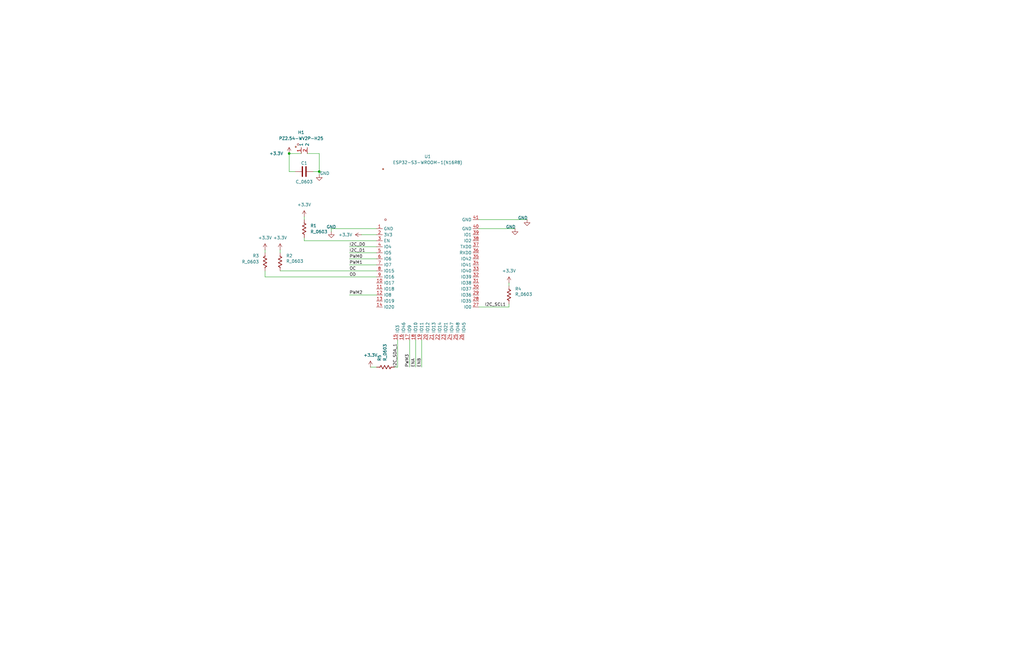
<source format=kicad_sch>
(kicad_sch (version 20250114) (generator "eeschema") (generator_version "9.0")
  (paper "B")
  (lib_symbols
    (symbol "EasyEDA:ESP32-S3-WROOM-1(N16R8)"
      (property "Reference" "U" (at 0 20.32 0))
      (property "Value" "ESP32-S3-WROOM-1(N16R8)" (at 0 -40.64 0))
      (symbol "ESP32-S3-WROOM-1(N16R8)_0_1"
        (rectangle (start -19.05 36.83) (end -18.54 36.32) (fill (type background)))
        (circle (center -17.78 15.24) (radius 0.38))
        (pin unspecified line (at -21.59 11.43 0) (length 2.54) (name "GND") (number "1"))
        (pin unspecified line (at -21.59 8.89 0) (length 2.54) (name "3V3") (number "2"))
        (pin unspecified line (at -21.59 6.35 0) (length 2.54) (name "EN") (number "3"))
        (pin unspecified line (at -21.59 3.81 0) (length 2.54) (name "IO4") (number "4"))
        (pin unspecified line (at -21.59 1.27 0) (length 2.54) (name "IO5") (number "5"))
        (pin unspecified line (at -21.59 -1.27 0) (length 2.54) (name "IO6") (number "6"))
        (pin unspecified line (at -21.59 -3.81 0) (length 2.54) (name "IO7") (number "7"))
        (pin unspecified line (at -21.59 -6.35 0) (length 2.54) (name "IO15") (number "8"))
        (pin unspecified line (at -21.59 -8.89 0) (length 2.54) (name "IO16") (number "9"))
        (pin unspecified line (at -21.59 -11.43 0) (length 2.54) (name "IO17") (number "10"))
        (pin unspecified line (at -21.59 -13.97 0) (length 2.54) (name "IO18") (number "11"))
        (pin unspecified line (at -21.59 -16.51 0) (length 2.54) (name "IO8") (number "12"))
        (pin unspecified line (at -21.59 -19.05 0) (length 2.54) (name "IO19") (number "13"))
        (pin unspecified line (at -21.59 -21.59 0) (length 2.54) (name "IO20") (number "14"))
        (pin unspecified line (at -12.7 -35.56 90) (length 2.54) (name "IO3") (number "15"))
        (pin unspecified line (at -10.16 -35.56 90) (length 2.54) (name "IO46") (number "16"))
        (pin unspecified line (at -7.62 -35.56 90) (length 2.54) (name "IO9") (number "17"))
        (pin unspecified line (at -5.08 -35.56 90) (length 2.54) (name "IO10") (number "18"))
        (pin unspecified line (at -2.54 -35.56 90) (length 2.54) (name "IO11") (number "19"))
        (pin unspecified line (at 0 -35.56 90) (length 2.54) (name "IO12") (number "20"))
        (pin unspecified line (at 2.54 -35.56 90) (length 2.54) (name "IO13") (number "21"))
        (pin unspecified line (at 5.08 -35.56 90) (length 2.54) (name "IO14") (number "22"))
        (pin unspecified line (at 7.62 -35.56 90) (length 2.54) (name "IO21") (number "23"))
        (pin unspecified line (at 10.16 -35.56 90) (length 2.54) (name "IO47") (number "24"))
        (pin unspecified line (at 12.7 -35.56 90) (length 2.54) (name "IO48") (number "25"))
        (pin unspecified line (at 15.24 -35.56 90) (length 2.54) (name "IO45") (number "26"))
        (pin unspecified line (at 21.59 15.24 180) (length 2.54) (name "GND") (number "41"))
        (pin unspecified line (at 21.59 11.43 180) (length 2.54) (name "GND") (number "40"))
        (pin unspecified line (at 21.59 8.89 180) (length 2.54) (name "IO1") (number "39"))
        (pin unspecified line (at 21.59 6.35 180) (length 2.54) (name "IO2") (number "38"))
        (pin unspecified line (at 21.59 3.81 180) (length 2.54) (name "TXD0") (number "37"))
        (pin unspecified line (at 21.59 1.27 180) (length 2.54) (name "RXD0") (number "36"))
        (pin unspecified line (at 21.59 -1.27 180) (length 2.54) (name "IO42") (number "35"))
        (pin unspecified line (at 21.59 -3.81 180) (length 2.54) (name "IO41") (number "34"))
        (pin unspecified line (at 21.59 -6.35 180) (length 2.54) (name "IO40") (number "33"))
        (pin unspecified line (at 21.59 -8.89 180) (length 2.54) (name "IO39") (number "32"))
        (pin unspecified line (at 21.59 -11.43 180) (length 2.54) (name "IO38") (number "31"))
        (pin unspecified line (at 21.59 -13.97 180) (length 2.54) (name "IO37") (number "30"))
        (pin unspecified line (at 21.59 -16.51 180) (length 2.54) (name "IO36") (number "29"))
        (pin unspecified line (at 21.59 -19.05 180) (length 2.54) (name "IO35") (number "28"))
        (pin unspecified line (at 21.59 -21.59 180) (length 2.54) (name "IO0") (number "27"))
      )
    )
    (symbol "EasyEDA:PZ2.54-WV2P-H25"
      (property "Reference" "H" (at 0 6.35 0))
      (property "Value" "PZ2.54-WV2P-H25" (at 0 -6.35 0))
      (symbol "PZ2.54-WV2P-H25_0_1"
        (rectangle (start -1.27 3.81) (end -0.76 3.3) (fill (type background)))
        (circle (center 0 2.54) (radius 0.38))
        (pin unspecified line (at -3.81 1.27 0) (length 2.54) (name "1") (number "1"))
        (pin unspecified line (at -3.81 -1.27 0) (length 2.54) (name "2") (number "2"))
      )
    )
    (symbol "PCM_Capacitor_US_AKL:C_0603" (pin_numbers (hide yes)) (pin_names (offset 0.254))
      (property "Reference" "C" (at 0.635 2.54 0))
      (property "Value" "C_0603" (at 0.635 -2.54 0))
      (symbol "C_0603_0_1"
        (polyline (pts (xy -2.032 0.762) (xy 2.032 0.762)) (stroke (width 0.508)))
        (polyline (pts (xy -2.032 -0.762) (xy 2.032 -0.762)) (stroke (width 0.508)))
      )
      (symbol "C_0603_0_2"
        (polyline (pts (xy -2.54 -2.54) (xy -0.381 -0.381)))
        (polyline (pts (xy -0.508 -0.508) (xy -1.651 0.635)) (stroke (width 0.508)))
        (polyline (pts (xy -0.508 -0.508) (xy 0.635 -1.651)) (stroke (width 0.508)))
        (polyline (pts (xy 0.381 0.381) (xy 2.54 2.54)))
        (polyline (pts (xy 0.508 0.508) (xy -0.635 1.651)) (stroke (width 0.508)))
        (polyline (pts (xy 0.508 0.508) (xy 1.651 -0.635)) (stroke (width 0.508)))
      )
      (symbol "C_0603_1_1"
        (pin passive line (at 0 3.81 270) (length 2.794) (name "~") (number "1"))
        (pin passive line (at 0 -3.81 90) (length 2.794) (name "~") (number "2"))
      )
      (symbol "C_0603_1_2"
        (pin passive line (at -2.54 -2.54 90) (length 0) (name "~") (number "2"))
        (pin passive line (at 2.54 2.54 270) (length 0) (name "~") (number "1"))
      )
    )
    (symbol "PCM_Resistor_US_AKL:R_0603" (pin_numbers (hide yes)) (pin_names (offset 0))
      (property "Reference" "R" (at 2.54 1.27 0))
      (property "Value" "R_0603" (at 2.54 -1.27 0))
      (symbol "R_0603_0_1"
        (polyline (pts (xy 0 2.286) (xy 0 2.54)) (stroke (width 0.254)))
        (polyline (pts (xy 0 2.286) (xy 0.762 1.905) (xy -0.762 1.143) (xy 0 0.762) (xy 0.762 0.381) (xy 0 0) (xy -0.762 -0.381) (xy 0 -0.762) (xy 0.762 -1.143) (xy 0 -1.524) (xy -0.762 -1.905) (xy 0 -2.286)) (stroke (width 0.254)))
        (polyline (pts (xy 0 -2.286) (xy 0 -2.54)) (stroke (width 0.254)))
      )
      (symbol "R_0603_0_2"
        (polyline (pts (xy -2.54 -2.54) (xy -1.778 -1.778)))
        (polyline (pts (xy -1.778 -1.778) (xy -1.524 -1.524)) (stroke (width 0.254)))
        (polyline (pts (xy -1.524 -1.524) (xy -1.778 -0.762) (xy -1.016 -1.016)) (stroke (width 0.254)))
        (polyline (pts (xy -0.508 -0.508) (xy -0.762 0.254) (xy 0 0)) (stroke (width 0.254)))
        (polyline (pts (xy -0.508 -0.508) (xy -0.254 -1.27) (xy -1.016 -1.016)) (stroke (width 0.254)))
        (polyline (pts (xy 0.508 0.508) (xy 0.254 1.27) (xy 1.016 1.016)) (stroke (width 0.254)))
        (polyline (pts (xy 0.508 0.508) (xy 0.762 -0.254) (xy 0 0)) (stroke (width 0.254)))
        (polyline (pts (xy 1.524 1.524) (xy 1.778 0.762) (xy 1.016 1.016)) (stroke (width 0.254)))
        (polyline (pts (xy 1.778 1.778) (xy 1.524 1.524)) (stroke (width 0.254)))
        (polyline (pts (xy 1.778 1.778) (xy 2.54 2.54)))
      )
      (symbol "R_0603_1_1"
        (pin passive line (at 0 3.81 270) (length 1.27) (name "~") (number "1"))
        (pin passive line (at 0 -3.81 90) (length 1.27) (name "~") (number "2"))
      )
      (symbol "R_0603_1_2"
        (pin passive line (at -2.54 -2.54 0) (length 0) (name "") (number "2"))
        (pin passive line (at 2.54 2.54 180) (length 0) (name "") (number "1"))
      )
    )
    (symbol "power:+3.3V" (power) (pin_numbers (hide yes)) (pin_names (offset 0) (hide yes))
      (property "Value" "+3.3V" (at 0 3.556 0))
      (symbol "+3.3V_0_1"
        (polyline (pts (xy -0.762 1.27) (xy 0 2.54)))
        (polyline (pts (xy 0 2.54) (xy 0.762 1.27)))
        (polyline (pts (xy 0 0) (xy 0 2.54)))
      )
      (symbol "+3.3V_1_1"
        (pin power_in line (at 0 0 90) (length 0) (name "~") (number "1"))
      )
    )
    (symbol "power:GND" (power) (pin_numbers (hide yes)) (pin_names (offset 0) (hide yes))
      (property "Value" "GND" (at 0 -3.81 0))
      (symbol "GND_0_1"
        (polyline (pts (xy 0 0) (xy 0 -1.27) (xy 1.27 -1.27) (xy 0 -2.54) (xy -1.27 -1.27) (xy 0 -1.27)))
      )
      (symbol "GND_1_1"
        (pin power_in line (at 0 0 270) (length 0) (name "~") (number "1"))
      )
    )
  )
  (junction (at 121.92 64.77))
  (junction (at 134.62 72.39))
  (wire (pts (xy 128.27 91.44) (xy 128.27 92.71)))
  (wire (pts (xy 118.11 105.41) (xy 118.11 106.68)))
  (wire (pts (xy 201.93 129.54) (xy 214.63 129.54)))
  (wire (pts (xy 121.92 72.39) (xy 121.92 64.77)))
  (wire (pts (xy 139.7 97.79) (xy 139.7 96.52)))
  (wire (pts (xy 132.08 72.39) (xy 134.62 72.39)))
  (wire (pts (xy 201.93 96.52) (xy 217.17 96.52)))
  (wire (pts (xy 139.7 96.52) (xy 158.75 96.52)))
  (wire (pts (xy 214.63 119.38) (xy 214.63 120.65)))
  (wire (pts (xy 111.76 106.68) (xy 111.76 105.41)))
  (wire (pts (xy 121.92 64.77) (xy 127 64.77)))
  (wire (pts (xy 167.64 154.94) (xy 167.64 143.51)))
  (wire (pts (xy 214.63 129.54) (xy 214.63 128.27)))
  (wire (pts (xy 177.8 143.51) (xy 177.8 154.94)))
  (wire (pts (xy 166.37 154.94) (xy 167.64 154.94)))
  (wire (pts (xy 134.62 64.77) (xy 134.62 72.39)))
  (wire (pts (xy 111.76 116.84) (xy 158.75 116.84)))
  (wire (pts (xy 121.92 72.39) (xy 124.46 72.39)))
  (wire (pts (xy 128.27 101.6) (xy 128.27 100.33)))
  (wire (pts (xy 172.72 154.94) (xy 172.72 143.51)))
  (wire (pts (xy 175.26 143.51) (xy 175.26 154.94)))
  (wire (pts (xy 158.75 101.6) (xy 128.27 101.6)))
  (wire (pts (xy 147.32 111.76) (xy 158.75 111.76)))
  (wire (pts (xy 111.76 114.3) (xy 111.76 116.84)))
  (wire (pts (xy 134.62 64.77) (xy 129.54 64.77)))
  (wire (pts (xy 201.93 92.71) (xy 222.25 92.71)))
  (wire (pts (xy 147.32 109.22) (xy 158.75 109.22)))
  (wire (pts (xy 147.32 106.68) (xy 158.75 106.68)))
  (wire (pts (xy 118.11 114.3) (xy 158.75 114.3)))
  (wire (pts (xy 152.4 99.06) (xy 158.75 99.06)))
  (wire (pts (xy 147.32 104.14) (xy 158.75 104.14)))
  (wire (pts (xy 147.32 124.46) (xy 158.75 124.46)))
  (wire (pts (xy 156.21 154.94) (xy 158.75 154.94)))
  (wire (pts (xy 134.62 73.66) (xy 134.62 72.39)))
  (label "ENB" (at 177.8 154.94 90))
  (label "ENA" (at 175.26 154.94 90))
  (label "OC" (at 147.32 114.3 0))
  (label "PWM0" (at 147.32 109.22 0))
  (label "PWM1" (at 147.32 111.76 0))
  (label "PWM2" (at 147.32 124.46 0))
  (label "I2C_D0" (at 147.32 104.14 0))
  (label "I2C_SDA_1" (at 167.64 154.94 90))
  (label "OD" (at 147.32 116.84 0))
  (label "I2C_D1" (at 147.32 106.68 0))
  (label "I2C_SCL1" (at 213.36 129.54 180))
  (label "PWM3" (at 172.72 154.94 90))
  (symbol (lib_id "power:+3.3V") (at 128.27 91.44 0) (unit 1)
    (property "Reference" "#PWR03" (effects (hide yes)))
    (property "Value" "+3.3V" (at 128.27 86.36 0))
    (property "Description" "Power symbol creates a global label with name \"+3.3V\"" (effects (hide yes)))
  )
  (symbol (lib_id "EasyEDA:PZ2.54-WV2P-H25") (at 128.27 60.96 90) (unit 1)
    (property "Reference" "H1" (at 127 55.88 90))
    (property "Value" "PZ2.54-WV2P-H25" (at 127 58.42 90))
    (property "Footprint" "EasyEDA:HDR-TH_2P-P2.54-V-M" (effects (hide yes)))
    (property "LCSC Part" "C42431820" (effects (hide yes)))
  )
  (symbol (lib_id "PCM_Resistor_US_AKL:R_0603") (at 128.27 96.52 0) (unit 1)
    (property "Reference" "R1" (at 130.81 95.2499 0) (effects (justify left)))
    (property "Value" "R_0603" (at 130.81 97.7899 0) (effects (justify left)))
    (property "Footprint" "PCM_Resistor_SMD_AKL:R_0603_1608Metric" (effects (hide yes)))
    (property "Description" "SMD 0603 Chip Resistor, US Symbol, Alternate KiCad Library" (effects (hide yes)))
  )
  (symbol (lib_id "EasyEDA:ESP32-S3-WROOM-1(N16R8)") (at 180.34 107.95 0) (unit 1)
    (property "Reference" "U1" (at 180.34 66.04 0))
    (property "Value" "ESP32-S3-WROOM-1(N16R8)" (at 180.34 68.58 0))
    (property "Footprint" "EasyEDA:WIRELM-SMD_ESP32-S3-WROOM-1" (effects (hide yes)))
    (property "LCSC Part" "C2913202" (effects (hide yes)))
  )
  (symbol (lib_id "PCM_Resistor_US_AKL:R_0603") (at 111.76 110.49 0) (mirror y) (unit 1)
    (property "Reference" "R3" (at 109.22 107.95 0) (effects (justify left)))
    (property "Value" "R_0603" (at 109.22 110.49 0) (effects (justify left)))
    (property "Footprint" "PCM_Resistor_SMD_AKL:R_0603_1608Metric" (effects (hide yes)))
    (property "Description" "SMD 0603 Chip Resistor, US Symbol, Alternate KiCad Library" (effects (hide yes)))
  )
  (symbol (lib_id "power:+3.3V") (at 121.92 64.77 0) (unit 1)
    (property "Reference" "#PWR04" (effects (hide yes)))
    (property "Value" "+3.3V" (at 113.538 64.77 0) (effects (justify left)))
    (property "Description" "Power symbol creates a global label with name \"+3.3V\"" (effects (hide yes)))
  )
  (symbol (lib_id "PCM_Resistor_US_AKL:R_0603") (at 118.11 110.49 0) (unit 1)
    (property "Reference" "R2" (at 120.65 107.95 0) (effects (justify left)))
    (property "Value" "R_0603" (at 120.65 110.2361 0) (effects (justify left)))
    (property "Footprint" "PCM_Resistor_SMD_AKL:R_0603_1608Metric" (effects (hide yes)))
    (property "Description" "SMD 0603 Chip Resistor, US Symbol, Alternate KiCad Library" (effects (hide yes)))
  )
  (symbol (lib_id "power:GND") (at 217.17 96.52 0) (unit 1)
    (property "Reference" "#PWR06" (effects (hide yes)))
    (property "Value" "GND" (at 215.392 95.758 0))
    (property "Description" "Power symbol creates a global label with name \"GND\" , ground" (effects (hide yes)))
  )
  (symbol (lib_id "PCM_Capacitor_US_AKL:C_0603") (at 128.27 72.39 270) (unit 1)
    (property "Reference" "C1" (at 128.27 68.834 90))
    (property "Value" "C_0603" (at 128.27 76.708 90))
    (property "Footprint" "PCM_Capacitor_SMD_AKL:C_0603_1608Metric" (effects (hide yes)))
    (property "Description" "SMD 0603 MLCC capacitor, Alternate KiCad Library" (effects (hide yes)))
  )
  (symbol (lib_id "power:GND") (at 222.25 92.71 0) (unit 1)
    (property "Reference" "#PWR07" (effects (hide yes)))
    (property "Value" "GND" (at 220.472 91.948 0))
    (property "Description" "Power symbol creates a global label with name \"GND\" , ground" (effects (hide yes)))
  )
  (symbol (lib_id "power:+3.3V") (at 152.4 99.06 90) (unit 1)
    (property "Reference" "#PWR01" (effects (hide yes)))
    (property "Value" "+3.3V" (at 148.59 99.0599 90) (effects (justify left)))
    (property "Description" "Power symbol creates a global label with name \"+3.3V\"" (effects (hide yes)))
  )
  (symbol (lib_id "PCM_Resistor_US_AKL:R_0603") (at 162.56 154.94 90) (unit 1)
    (property "Reference" "R5" (at 160.02 152.4 0) (effects (justify left)))
    (property "Value" "R_0603" (at 162.3061 152.4 0) (effects (justify left)))
    (property "Footprint" "PCM_Resistor_SMD_AKL:R_0603_1608Metric" (effects (hide yes)))
    (property "Description" "SMD 0603 Chip Resistor, US Symbol, Alternate KiCad Library" (effects (hide yes)))
  )
  (symbol (lib_id "power:+3.3V") (at 156.21 154.94 0) (unit 1)
    (property "Reference" "#PWR011" (effects (hide yes)))
    (property "Value" "+3.3V" (at 156.21 149.86 0))
    (property "Description" "Power symbol creates a global label with name \"+3.3V\"" (effects (hide yes)))
  )
  (symbol (lib_id "power:GND") (at 139.7 97.79 0) (unit 1)
    (property "Reference" "#PWR02" (effects (hide yes)))
    (property "Value" "GND" (at 139.7 95.758 0))
    (property "Description" "Power symbol creates a global label with name \"GND\" , ground" (effects (hide yes)))
  )
  (symbol (lib_id "PCM_Resistor_US_AKL:R_0603") (at 214.63 124.46 0) (unit 1)
    (property "Reference" "R4" (at 217.17 121.92 0) (effects (justify left)))
    (property "Value" "R_0603" (at 217.17 124.2061 0) (effects (justify left)))
    (property "Footprint" "PCM_Resistor_SMD_AKL:R_0603_1608Metric" (effects (hide yes)))
    (property "Description" "SMD 0603 Chip Resistor, US Symbol, Alternate KiCad Library" (effects (hide yes)))
  )
  (symbol (lib_id "power:+3.3V") (at 214.63 119.38 0) (unit 1)
    (property "Reference" "#PWR010" (effects (hide yes)))
    (property "Value" "+3.3V" (at 214.63 114.3 0))
    (property "Description" "Power symbol creates a global label with name \"+3.3V\"" (effects (hide yes)))
  )
  (symbol (lib_id "power:GND") (at 134.62 73.66 0) (unit 1)
    (property "Reference" "#PWR05" (effects (hide yes)))
    (property "Value" "GND" (at 136.906 73.152 0))
    (property "Description" "Power symbol creates a global label with name \"GND\" , ground" (effects (hide yes)))
  )
  (symbol (lib_id "power:+3.3V") (at 111.76 105.41 0) (unit 1)
    (property "Reference" "#PWR08" (effects (hide yes)))
    (property "Value" "+3.3V" (at 111.76 100.33 0))
    (property "Description" "Power symbol creates a global label with name \"+3.3V\"" (effects (hide yes)))
  )
  (symbol (lib_id "power:+3.3V") (at 118.11 105.41 0) (unit 1)
    (property "Reference" "#PWR09" (effects (hide yes)))
    (property "Value" "+3.3V" (at 118.11 100.33 0))
    (property "Description" "Power symbol creates a global label with name \"+3.3V\"" (effects (hide yes)))
  )
)
</source>
